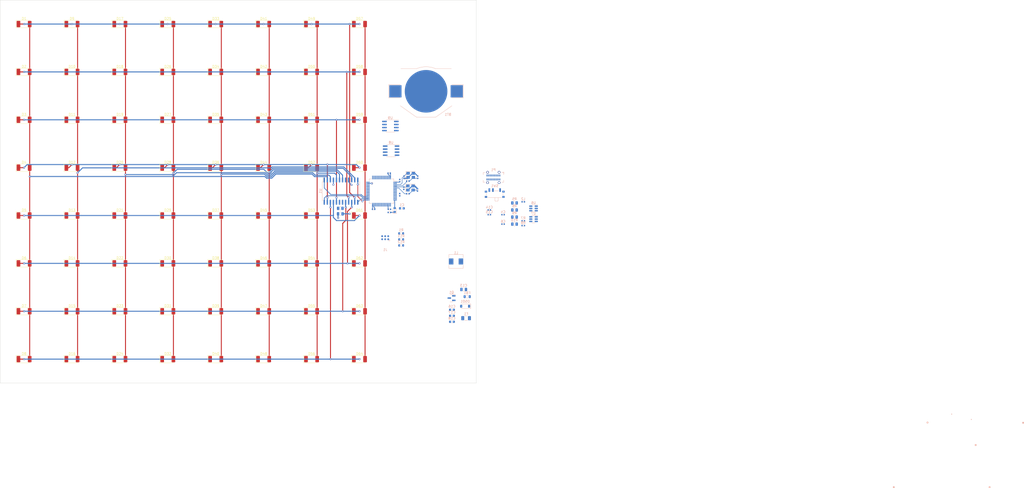
<source format=kicad_pcb>
(kicad_pcb (version 20221018) (generator pcbnew)
  (layers (0 "F.Cu" signal) (1 "In1.Cu" power) (2 "In2.Cu" power) (31 "B.Cu" signal) (34 "B.Paste" user) (35 "F.Paste" user) (36 "B.SilkS" user "B.Silkscreen") (37 "F.SilkS" user "F.Silkscreen") (38 "B.Mask" user) (39 "F.Mask" user) (44 "Edge.Cuts" user))
  (net 0 "")
  (net 1 "GND")
  (net 2 "/Led Array 1/row0")
  (net 3 "/Led Array 1/col0")
  (net 4 "/Led Array 1/row1")
  (net 5 "/Led Array 1/row2")
  (net 6 "/Led Array 1/row3")
  (net 7 "/Led Array 1/row4")
  (net 8 "/Led Array 1/row5")
  (net 9 "/Led Array 1/row6")
  (net 10 "/Led Array 1/row7")
  (net 11 "/Led Array 1/col1")
  (net 12 "/Led Array 1/col2")
  (net 13 "/Led Array 1/col3")
  (net 14 "/Led Array 1/col4")
  (net 15 "/Led Array 1/col5")
  (net 16 "/Led Array 1/col6")
  (net 17 "/Led Array 1/col7")
  (net 18 "Net-(C8-Pad1)")
  (net 19 "+BATT")
  (net 20 "Net-(C9-Pad1)")
  (net 21 "Net-(D500-K)")
  (net 22 "Net-(D501-K)")
  (net 23 "Net-(J1-SWDIO)")
  (net 24 "Net-(J1-SWCLK)")
  (net 25 "Net-(U1-ISET)")
  (net 26 "OSC_IN")
  (net 30 "OSC32_IN")
  (net 33 "+3.3V")
  (net 45 "+3.3VA")
  (net 46 "BUCK_FB")
  (net 47 "BUCK_SW")
  (net 48 "BUCK_BS")
  (net 49 "BUCK_IN")
  (net 58 "LED_STATUS")
  (net 60 "+5V")
  (net 61 "Net-(F1-Pad2)")
  (net 72 "TRACESWO")
  (net 76 "NRST")
  (net 80 "USB_CONN_D+")
  (net 81 "USB_CONN_D-")
  (net 92 "BOOT0")
  (net 93 "Net-(SW1-B)")
  (net 94 "OSC_OUT")
  (net 95 "OSC32_OUT")
  (net 96 "BUCK_EN")
  (net 97 "I2C1_SCL")
  (net 98 "I2C1_SDA")
  (net 99 "SWDIO")
  (net 100 "SWCLK")
  (net 101 "SPI2_LOAD")
  (net 102 "SPI2_CLK")
  (net 103 "SPI2_MISO")
  (net 104 "SPI2_MOSI")
  (net 105 "USB_D-")
  (net 106 "USB_D+")
  (footprint "LED_SMD:LED_2010_5025Metric_Pad1.52x2.65mm_HandSolder" (layer "F.Cu") (at 190 100)
    (fp_text reference "D60")
    (fp_text value "LED")
  )
  (footprint "LED_SMD:LED_2010_5025Metric_Pad1.52x2.65mm_HandSolder" (layer "F.Cu") (at 170 40)
    (fp_text reference "D49")
    (fp_text value "LED")
  )
  (footprint "LED_SMD:LED_2010_5025Metric_Pad1.52x2.65mm_HandSolder" (layer "F.Cu") (at 70 160)
    (fp_text reference "D15")
    (fp_text value "LED")
  )
  (footprint "LED_SMD:LED_2010_5025Metric_Pad1.52x2.65mm_HandSolder" (layer "F.Cu") (at 50 100)
    (fp_text reference "D4")
    (fp_text value "LED")
  )
  (footprint "LED_SMD:LED_2010_5025Metric_Pad1.52x2.65mm_HandSolder" (layer "F.Cu") (at 90 140)
    (fp_text reference "D22")
    (fp_text value "LED")
  )
  (footprint "LED_SMD:LED_2010_5025Metric_Pad1.52x2.65mm_HandSolder" (layer "F.Cu") (at 90 160)
    (fp_text reference "D23")
    (fp_text value "LED")
  )
  (footprint "LED_SMD:LED_2010_5025Metric_Pad1.52x2.65mm_HandSolder" (layer "F.Cu") (at 170 100)
    (fp_text reference "D52")
    (fp_text value "LED")
  )
  (footprint "LED_SMD:LED_2010_5025Metric_Pad1.52x2.65mm_HandSolder" (layer "F.Cu") (at 190 180)
    (fp_text reference "D64")
    (fp_text value "LED")
  )
  (footprint "LED_SMD:LED_2010_5025Metric_Pad1.52x2.65mm_HandSolder" (layer "F.Cu") (at 90 40)
    (fp_text reference "D17")
    (fp_text value "LED")
  )
  (footprint "LED_SMD:LED_2010_5025Metric_Pad1.52x2.65mm_HandSolder" (layer "F.Cu") (at 130 180)
    (fp_text reference "D40")
    (fp_text value "LED")
  )
  (footprint "LED_SMD:LED_2010_5025Metric_Pad1.52x2.65mm_HandSolder" (layer "F.Cu") (at 150 140)
    (fp_text reference "D46")
    (fp_text value "LED")
  )
  (footprint "LED_SMD:LED_2010_5025Metric_Pad1.52x2.65mm_HandSolder" (layer "F.Cu") (at 110 140)
    (fp_text reference "D30")
    (fp_text value "LED")
  )
  (footprint "LED_SMD:LED_2010_5025Metric_Pad1.52x2.65mm_HandSolder" (layer "F.Cu") (at 90 120)
    (fp_text reference "D21")
    (fp_text value "LED")
  )
  (footprint "LED_SMD:LED_2010_5025Metric_Pad1.52x2.65mm_HandSolder" (layer "F.Cu") (at 110 100)
    (fp_text reference "D28")
    (fp_text value "LED")
  )
  (footprint "LED_SMD:LED_2010_5025Metric_Pad1.52x2.65mm_HandSolder" (layer "F.Cu") (at 190 80)
    (fp_text reference "D59")
    (fp_text value "LED")
  )
  (footprint "LED_SMD:LED_2010_5025Metric_Pad1.52x2.65mm_HandSolder" (layer "F.Cu") (at 130 60)
    (fp_text reference "D34")
    (fp_text value "LED")
  )
  (footprint "LED_SMD:LED_2010_5025Metric_Pad1.52x2.65mm_HandSolder" (layer "F.Cu") (at 50 40)
    (fp_text reference "D1")
    (fp_text value "LED")
  )
  (footprint "LED_SMD:LED_2010_5025Metric_Pad1.52x2.65mm_HandSolder" (layer "F.Cu") (at 110 80)
    (fp_text reference "D27")
    (fp_text value "LED")
  )
  (footprint "LED_SMD:LED_2010_5025Metric_Pad1.52x2.65mm_HandSolder" (layer "F.Cu") (at 110 120)
    (fp_text reference "D29")
    (fp_text value "LED")
  )
  (footprint "LED_SMD:LED_2010_5025Metric_Pad1.52x2.65mm_HandSolder" (layer "F.Cu") (at 170 140)
    (fp_text reference "D54")
    (fp_text value "LED")
  )
  (footprint "LED_SMD:LED_2010_5025Metric_Pad1.52x2.65mm_HandSolder" (layer "F.Cu") (at 170 120)
    (fp_text reference "D53")
    (fp_text value "LED")
  )
  (footprint "LED_SMD:LED_2010_5025Metric_Pad1.52x2.65mm_HandSolder" (layer "F.Cu") (at 130 80)
    (fp_text reference "D35")
    (fp_text value "LED")
  )
  (footprint "LED_SMD:LED_2010_5025Metric_Pad1.52x2.65mm_HandSolder" (layer "F.Cu") (at 150 120)
    (fp_text reference "D45")
    (fp_text value "LED")
  )
  (footprint "LED_SMD:LED_2010_5025Metric_Pad1.52x2.65mm_HandSolder" (layer "F.Cu") (at 130 100)
    (fp_text reference "D36")
    (fp_text value "LED")
  )
  (footprint "LED_SMD:LED_2010_5025Metric_Pad1.52x2.65mm_HandSolder" (layer "F.Cu") (at 50 160)
    (fp_text reference "D7")
    (fp_text value "LED")
  )
  (footprint "LED_SMD:LED_2010_5025Metric_Pad1.52x2.65mm_HandSolder" (layer "F.Cu") (at 150 80)
    (fp_text reference "D43")
    (fp_text value "LED")
  )
  (footprint "LED_SMD:LED_2010_5025Metric_Pad1.52x2.65mm_HandSolder" (layer "F.Cu") (at 50 120)
    (fp_text reference "D5")
    (fp_text value "LED")
  )
  (footprint "LED_SMD:LED_2010_5025Metric_Pad1.52x2.65mm_HandSolder" (layer "F.Cu") (at 190 120)
    (fp_text reference "D61")
    (fp_text value "LED")
  )
  (footprint "LED_SMD:LED_2010_5025Metric_Pad1.52x2.65mm_HandSolder" (layer "F.Cu") (at 110 180)
    (fp_text reference "D32")
    (fp_text value "LED")
  )
  (footprint "LED_SMD:LED_2010_5025Metric_Pad1.52x2.65mm_HandSolder" (layer "F.Cu") (at 90 100)
    (fp_text reference "D20")
    (fp_text value "LED")
  )
  (footprint "LED_SMD:LED_2010_5025Metric_Pad1.52x2.65mm_HandSolder" (layer "F.Cu") (at 130 140)
    (fp_text reference "D38")
    (fp_text value "LED")
  )
  (footprint "LED_SMD:LED_2010_5025Metric_Pad1.52x2.65mm_HandSolder" (layer "F.Cu") (at 150 160)
    (fp_text reference "D47")
    (fp_text value "LED")
  )
  (footprint "LED_SMD:LED_2010_5025Metric_Pad1.52x2.65mm_HandSolder" (layer "F.Cu") (at 90 80)
    (fp_text reference "D19")
    (fp_text value "LED")
  )
  (footprint "LED_SMD:LED_2010_5025Metric_Pad1.52x2.65mm_HandSolder" (layer "F.Cu") (at 150 180)
    (fp_text reference "D48")
    (fp_text value "LED")
  )
  (footprint "LED_SMD:LED_2010_5025Metric_Pad1.52x2.65mm_HandSolder" (layer "F.Cu") (at 150 60)
    (fp_text reference "D42")
    (fp_text value "LED")
  )
  (footprint "LED_SMD:LED_2010_5025Metric_Pad1.52x2.65mm_HandSolder" (layer "F.Cu") (at 70 40)
    (fp_text reference "D9")
    (fp_text value "LED")
  )
  (footprint "LED_SMD:LED_2010_5025Metric_Pad1.52x2.65mm_HandSolder" (layer "F.Cu") (at 190 40)
    (fp_text reference "D57")
    (fp_text value "LED")
  )
  (footprint "LED_SMD:LED_2010_5025Metric_Pad1.52x2.65mm_HandSolder" (layer "F.Cu") (at 190 60)
    (fp_text reference "D58")
    (fp_text value "LED")
  )
  (footprint "LED_SMD:LED_2010_5025Metric_Pad1.52x2.65mm_HandSolder" (layer "F.Cu") (at 70 120)
    (fp_text reference "D13")
    (fp_text value "LED")
  )
  (footprint "LED_SMD:LED_2010_5025Metric_Pad1.52x2.65mm_HandSolder" (layer "F.Cu") (at 150 100)
    (fp_text reference "D44")
    (fp_text value "LED")
  )
  (footprint "LED_SMD:LED_2010_5025Metric_Pad1.52x2.65mm_HandSolder" (layer "F.Cu") (at 70 60)
    (fp_text reference "D10")
    (fp_text value "LED")
  )
  (footprint "LED_SMD:LED_2010_5025Metric_Pad1.52x2.65mm_HandSolder" (layer "F.Cu") (at 110 160)
    (fp_text reference "D31")
    (fp_text value "LED")
  )
  (footprint "LED_SMD:LED_2010_5025Metric_Pad1.52x2.65mm_HandSolder" (layer "F.Cu") (at 190 160)
    (fp_text reference "D63")
    (fp_text value "LED")
  )
  (footprint "LED_SMD:LED_2010_5025Metric_Pad1.52x2.65mm_HandSolder" (layer "F.Cu") (at 170 80)
    (fp_text reference "D51")
    (fp_text value "LED")
  )
  (footprint "LED_SMD:LED_2010_5025Metric_Pad1.52x2.65mm_HandSolder" (layer "F.Cu") (at 110 40)
    (fp_text reference "D25")
    (fp_text value "LED")
  )
  (footprint "LED_SMD:LED_2010_5025Metric_Pad1.52x2.65mm_HandSolder" (layer "F.Cu") (at 50 80)
    (fp_text reference "D3")
    (fp_text value "LED")
  )
  (footprint "LED_SMD:LED_2010_5025Metric_Pad1.52x2.65mm_HandSolder" (layer "F.Cu") (at 50 180)
    (fp_text reference "D8")
    (fp_text value "LED")
  )
  (footprint "LED_SMD:LED_2010_5025Metric_Pad1.52x2.65mm_HandSolder" (layer "F.Cu") (at 190 140)
    (fp_text reference "D62")
    (fp_text value "LED")
  )
  (footprint "LED_SMD:LED_2010_5025Metric_Pad1.52x2.65mm_HandSolder" (layer "F.Cu") (at 90 60)
    (fp_text reference "D18")
    (fp_text value "LED")
  )
  (footprint "LED_SMD:LED_2010_5025Metric_Pad1.52x2.65mm_HandSolder" (layer "F.Cu") (at 70 180)
    (fp_text reference "D16")
    (fp_text value "LED")
  )
  (footprint "LED_SMD:LED_2010_5025Metric_Pad1.52x2.65mm_HandSolder" (layer "F.Cu") (at 170 60)
    (fp_text reference "D50")
    (fp_text value "LED")
  )
  (footprint "LED_SMD:LED_2010_5025Metric_Pad1.52x2.65mm_HandSolder" (layer "F.Cu") (at 110 60)
    (fp_text reference "D26")
    (fp_text value "LED")
  )
  (footprint "LED_SMD:LED_2010_5025Metric_Pad1.52x2.65mm_HandSolder" (layer "F.Cu") (at 90 180)
    (fp_text reference "D24")
    (fp_text value "LED")
  )
  (footprint "LED_SMD:LED_2010_5025Metric_Pad1.52x2.65mm_HandSolder" (layer "F.Cu") (at 70 100)
    (fp_text reference "D12")
    (fp_text value "LED")
  )
  (footprint "LED_SMD:LED_2010_5025Metric_Pad1.52x2.65mm_HandSolder" (layer "F.Cu") (at 130 120)
    (fp_text reference "D37")
    (fp_text value "LED")
  )
  (footprint "LED_SMD:LED_2010_5025Metric_Pad1.52x2.65mm_HandSolder" (layer "F.Cu") (at 170 160)
    (fp_text reference "D55")
    (fp_text value "LED")
  )
  (footprint "LED_SMD:LED_2010_5025Metric_Pad1.52x2.65mm_HandSolder" (layer "F.Cu") (at 50 60)
    (fp_text reference "D2")
    (fp_text value "LED")
  )
  (footprint "LED_SMD:LED_2010_5025Metric_Pad1.52x2.65mm_HandSolder" (layer "F.Cu") (at 170 180)
    (fp_text reference "D56")
    (fp_text value "LED")
  )
  (footprint "LED_SMD:LED_2010_5025Metric_Pad1.52x2.65mm_HandSolder" (layer "F.Cu") (at 70 80)
    (fp_text reference "D11")
    (fp_text value "LED")
  )
  (footprint "LED_SMD:LED_2010_5025Metric_Pad1.52x2.65mm_HandSolder" (layer "F.Cu") (at 130 40)
    (fp_text reference "D33")
    (fp_text value "LED")
  )
  (footprint "LED_SMD:LED_2010_5025Metric_Pad1.52x2.65mm_HandSolder" (layer "F.Cu") (at 50 140)
    (fp_text reference "D6")
    (fp_text value "LED")
  )
  (footprint "LED_SMD:LED_2010_5025Metric_Pad1.52x2.65mm_HandSolder" (layer "F.Cu") (at 70 140)
    (fp_text reference "D14")
    (fp_text value "LED")
  )
  (footprint "LED_SMD:LED_2010_5025Metric_Pad1.52x2.65mm_HandSolder" (layer "F.Cu") (at 150 40)
    (fp_text reference "D41")
    (fp_text value "LED")
  )
  (footprint "LED_SMD:LED_2010_5025Metric_Pad1.52x2.65mm_HandSolder" (layer "F.Cu") (at 130 160)
    (fp_text reference "D39")
    (fp_text value "LED")
  )
  (footprint "Resistor_SMD:R_0805_2012Metric" (layer "B.Cu") (at 254.7125 120.65 180)
    (fp_text reference "R9")
    (fp_text value "31.25k")
  )
  (footprint "Resistor_SMD:R_0603_1608Metric" (layer "B.Cu") (at 207.4 127.48 180)
    (fp_text reference "R1")
    (fp_text value "10k")
  )
  (footprint "Capacitor_SMD:C_0603_1608Metric" (layer "B.Cu") (at 228.6 159.38 180)
    (fp_text reference "C16")
    (fp_text value "10nF")
  )
  (footprint "Crystal:Crystal_SMD_3225-4Pin_3.2x2.5mm" (layer "B.Cu") (at 211.3 108.5)
    (fp_text reference "Y1")
    (fp_text value "8MHz")
  )
  (footprint "Package_TO_SOT_SMD:SOT-23-6" (layer "B.Cu") (at 262.6525 117.05 180)
    (fp_text reference "U6")
    (fp_text value "USBLC6-2SC6")
  )
  (footprint "Package_SO:SOIC-8_3.9x4.9mm_P1.27mm" (layer "B.Cu") (at 202.9 82.6 180)
    (fp_text reference "U9")
    (fp_text value "AT24CS02-SSHM")
  )
  (footprint "Inductor_SMD:L_Sunlord_MWSA0518S" (layer "B.Cu") (at 230.3 139.2 180)
    (fp_text reference "L1")
    (fp_text value "39nH")
  )
  (footprint "Capacitor_SMD:C_0402_1005Metric" (layer "B.Cu") (at 244.2025 117.68 180)
    (fp_text reference "C14")
    (fp_text value "1uF")
  )
  (footprint "LED_SMD:LED_0603_1608Metric" (layer "B.Cu") (at 204.7 117.7 90)
    (fp_text reference "D500")
    (fp_text value "Status")
  )
  (footprint "Package_SO:SOIC-24W_7.5x15.4mm_P1.27mm" (layer "B.Cu") (at 182.3 109.8 -90)
    (fp_text reference "U1")
    (fp_text value "MAX7219")
  )
  (footprint "Package_SO:SOIC-8_3.9x4.9mm_P1.27mm" (layer "B.Cu") (at 203.2 92.9 180)
    (fp_text reference "U8")
    (fp_text value "DS3231MZ")
  )
  (footprint "Resistor_SMD:R_0402_1005Metric" (layer "B.Cu") (at 210.2 110.9)
    (fp_text reference "R2")
    (fp_text value "47Ω")
  )
  (footprint "Capacitor_SMD:C_0402_1005Metric" (layer "B.Cu") (at 214.2 109.3 90)
    (fp_text reference "C8")
    (fp_text value "12pF")
  )
  (footprint "Inductor_SMD:L_0402_1005Metric" (layer "B.Cu") (at 258.3725 114.27 180)
    (fp_text reference "L2")
    (fp_text value "3.3uH")
  )
  (footprint "Resistor_SMD:R_0603_1608Metric" (layer "B.Cu") (at 207.4 129.99 180)
    (fp_text reference "R11")
    (fp_text value "22")
  )
  (footprint "Resistor_SMD:R_0402_1005Metric" (layer "B.Cu") (at 258.3725 122.23 180)
    (fp_text reference "R7")
    (fp_text value "4.7k")
  )
  (footprint "Capacitor_SMD:C_0603_1608Metric" (layer "B.Cu") (at 228.6 161.89 180)
    (fp_text reference "C17")
    (fp_text value "?")
  )
  (footprint "Button_Switch_SMD:SW_SPDT_PCM12" (layer "B.Cu") (at 246.4525 110.8 180)
    (fp_text reference "SW1")
    (fp_text value "SW_SPDT")
  )
  (footprint "Resistor_SMD:R_0402_1005Metric" (layer "B.Cu") (at 258.3725 124.22 180)
    (fp_text reference "R8")
    (fp_text value "4.7k")
  )
  (footprint "Capacitor_SMD:C_0805_2012Metric" (layer "B.Cu") (at 233.5 150.9 180)
    (fp_text reference "C13")
    (fp_text value "10uF")
  )
  (footprint "Capacitor_SMD:C_0402_1005Metric" (layer "B.Cu") (at 249.9425 119.65 180)
    (fp_text reference "C4")
    (fp_text value "1uF")
  )
  (footprint "Connector:Tag-Connect_TC2030-IDC-FP_2x03_P1.27mm_Vertical" (layer "B.Cu") (at 200.74 129.284 180)
    (fp_text reference "J1")
    (fp_text value "TagConnect")
  )
  (footprint "Fuse:Fuse_1206_3216Metric" (layer "B.Cu") (at 234.5 162.9 180)
    (fp_text reference "F1")
    (fp_text value "1A")
  )
  (footprint "Resistor_SMD:R_0805_2012Metric" (layer "B.Cu") (at 254.7125 114.75 180)
    (fp_text reference "R5")
    (fp_text value "100k")
  )
  (footprint "Package_QFP:LQFP-64_10x10mm_P0.5mm" (layer "B.Cu") (at 199.2 109.8 180)
    (fp_text reference "U5")
    (fp_text value "STM32F303RCTx")
  )
  (footprint "Connector_USB:USB_C_Receptacle_GCT_USB4115-03-C" (layer "B.Cu") (at 245.8825 104.1 180)
    (fp_text reference "P1")
    (fp_text value "USB_C_Plug")
  )
  (footprint "Resistor_SMD:R_0402_1005Metric" (layer "B.Cu") (at 210.2 105.6)
    (fp_text reference "R3")
    (fp_text value "242k")
  )
  (footprint "Resistor_SMD:R_0805_2012Metric" (layer "B.Cu") (at 182 117 180)
    (fp_text reference "R13")
    (fp_text value "9.53k")
  )
  (footprint "Capacitor_SMD:C_0402_1005Metric" (layer "B.Cu") (at 206.8 111.3 90)
    (fp_text reference "C12")
    (fp_text value "100nF")
  )
  (footprint "Diode_SMD:D_SOD-123" (layer "B.Cu") (at 234.1 157.9 180)
    (fp_text reference "D501")
    (fp_text value "SHCK")
  )
  (footprint "Resistor_SMD:R_0805_2012Metric" (layer "B.Cu") (at 254.7125 117.7 180)
    (fp_text reference "R6")
    (fp_text value "68k")
  )
  (footprint "Battery:BatteryHolder_Keystone_3002_1x2032" (layer "B.Cu") (at 217.8 68.1 180)
    (fp_text reference "BT1")
    (fp_text value "Battery_Cell")
  )
  (footprint "Capacitor_SMD:C_0402_1005Metric" (layer "B.Cu") (at 214.3 104 90)
    (fp_text reference "C9")
    (fp_text value "20pF")
  )
  (footprint "Crystal:Crystal_SMD_3225-4Pin_3.2x2.5mm" (layer "B.Cu") (at 211.4 103.2)
    (fp_text reference "Y2")
    (fp_text value "32.768kHz")
  )
  (footprint "Capacitor_SMD:C_0603_1608Metric" (layer "B.Cu") (at 228.6 164.4 180)
    (fp_text reference "C18")
    (fp_text value "68uF")
  )
  (footprint "Capacitor_SMD:C_0402_1005Metric" (layer "B.Cu") (at 244.2025 119.65 180)
    (fp_text reference "C15")
    (fp_text value "0.1uF")
  )
  (footprint "Capacitor_SMD:C_0402_1005Metric" (layer "B.Cu") (at 206.8 105.4 90)
    (fp_text reference "C11")
    (fp_text value "100nF")
  )
  (footprint "Capacitor_SMD:C_0805_2012Metric" (layer "B.Cu") (at 182 119.3)
    (fp_text reference "C19")
    (fp_text value "0.1uF")
  )
  (footprint "Capacitor_SMD:C_0402_1005Metric" (layer "B.Cu") (at 208.5 108.6 -90)
    (fp_text reference "C3")
    (fp_text value "12pF")
  )
  (footprint "Resistor_SMD:R_0603_1608Metric" (layer "B.Cu") (at 207.4 132.5 180)
    (fp_text reference "R12")
    (fp_text value "22")
  )
  (footprint "Capacitor_SMD:C_0402_1005Metric" (layer "B.Cu") (at 249.9425 123.59 180)
    (fp_text reference "C6")
    (fp_text value "10nF")
  )
  (footprint "Capacitor_SMD:C_0402_1005Metric" (layer "B.Cu") (at 208.6 104 -90)
    (fp_text reference "C2")
    (fp_text value "20pF")
  )
  (footprint "Package_TO_SOT_SMD:SOT-23" (layer "B.Cu") (at 228.4375 154.5 180)
    (fp_text reference "Q1")
    (fp_text value "AO3401A")
  )
  (footprint "Capacitor_SMD:C_0402_1005Metric" (layer "B.Cu") (at 202.5 117.4)
    (fp_text reference "C5")
    (fp_text value "100nF")
  )
  (footprint "Capacitor_SMD:C_0402_1005Metric" (layer "B.Cu") (at 202.4 102.3 180)
    (fp_text reference "C10")
    (fp_text value "100nF")
  )
  (footprint "Package_TO_SOT_SMD:SOT-23-6" (layer "B.Cu") (at 262.6525 121.5 180)
    (fp_text reference "U7")
    (fp_text value "~")
  )
  (footprint "Resistor_SMD:R_0402_1005Metric" (layer "B.Cu") (at 202.5 118.7)
    (fp_text reference "R4")
    (fp_text value "1k5")
  )
  (footprint "Inductor_SMD:L_0805_2012Metric" (layer "B.Cu") (at 234.9625 153.9 180)
    (fp_text reference "FB1")
    (fp_text value "600 @ 600MHz")
  )
  (footprint "Capacitor_SMD:C_0603_1608Metric" (layer "B.Cu") (at 207.7 117 180)
    (fp_text reference "C1")
    (fp_text value "4.7uF")
  )
  (footprint "Capacitor_SMD:C_0402_1005Metric" (layer "B.Cu") (at 195.9 117.4)
    (fp_text reference "C7")
    (fp_text value "100nF")
  )
  (footprint "Resistor_SMD:R_0805_2012Metric" (layer "B.Cu") (at 254.7125 123.6 180)
    (fp_text reference "R10")
    (fp_text value "10k")
  )
  (gr_circle (center 447.2 215.9) (end 447.482843 215.9) (stroke (width 0.2)) (fill solid) (layer "B.SilkS"))
  (gr_circle (center 427.1 206.5) (end 427.382843 206.5) (stroke (width 0.2)) (fill solid) (layer "B.SilkS"))
  (gr_circle (center 413.017157 233.5) (end 413.3 233.5) (stroke (width 0.2)) (fill solid) (layer "B.SilkS"))
  (gr_circle (center 467.017157 206.6) (end 467.3 206.6) (stroke (width 0.2)) (fill solid) (layer "B.SilkS"))
  (gr_circle (center 437.2 203) (end 437.3 203) (stroke (width 0.2)) (fill none) (layer "B.SilkS"))
  (gr_circle (center 445.4 205.2) (end 445.5 205.2) (stroke (width 0.2)) (fill none) (layer "B.SilkS"))
  (gr_circle (center 453.017157 233.5) (end 453.3 233.5) (stroke (width 0.2)) (fill solid) (layer "B.SilkS"))
  (gr_rect (start 40 30) (end 238.8 190) (stroke (width 0.1)) (fill none) (layer "Edge.Cuts"))
  (via (at 195.2 106.6) (size 0.8) (drill 0.4) (layers "F.Cu" "B.Cu") (net 1))
  (via (at 185.9 119.3) (size 0.8) (drill 0.4) (layers "F.Cu" "B.Cu") (net 1))
  (via (at 186.7 107.2) (size 0.8) (drill 0.4) (layers "F.Cu" "B.Cu") (net 1))
  (via (at 179.1 107.1) (size 0.8) (drill 0.4) (layers "F.Cu" "B.Cu") (net 1))
  (segment (start 196.38 117.4) (end 196.38 116.805) (width 0.3) (layer "B.Cu") (net 1))
  (segment (start 202.45 103.248959) (end 202.45 104.125) (width 0.3) (layer "B.Cu") (net 1))
  (segment (start 210.2 109.35) (end 210.3 109.35) (width 0.2) (layer "B.Cu") (net 1))
  (segment (start 213.03 107.65) (end 212.4 107.65) (width 0.2) (layer "B.Cu") (net 1))
  (segment (start 214.3 103.52) (end 213.13 102.35) (width 0.4) (layer "B.Cu") (net 1))
  (segment (start 201.92 102.3) (end 201.92 102.718959) (width 0.3) (layer "B.Cu") (net 1))
  (segment (start 182.95 119.3) (end 185.9 119.3) (width 0.4) (layer "B.Cu") (net 1))
  (segment (start 212.5 102.35) (end 212.15 102.35) (width 0.35) (layer "B.Cu") (net 1))
  (segment (start 210.45 104.05) (end 210.3 104.05) (width 0.35) (layer "B.Cu") (net 1))
  (segment (start 201.92 102.718959) (end 202.45 103.248959) (width 0.3) (layer "B.Cu") (net 1))
  (segment (start 214.2 108.82) (end 213.03 107.65) (width 0.6) (layer "B.Cu") (net 1))
  (segment (start 210.3 109.35) (end 212 107.65) (width 0.4) (layer "B.Cu") (net 1))
  (segment (start 193.525 106.55) (end 195.15 106.55) (width 0.3) (layer "B.Cu") (net 1))
  (segment (start 185.475 105.975) (end 186.7 107.2) (width 0.3) (layer "B.Cu") (net 1))
  (segment (start 179.125 105.15) (end 179.125 107.075) (width 0.3) (layer "B.Cu") (net 1))
  (segment (start 196.38 116.805) (end 195.95 116.375) (width 0.3) (layer "B.Cu") (net 1))
  (segment (start 213.13 102.35) (end 212.5 102.35) (width 0.4) (layer "B.Cu") (net 1))
  (segment (start 185.475 105.15) (end 185.475 105.975) (width 0.3) (layer "B.Cu") (net 1))
  (segment (start 195.15 106.55) (end 195.2 106.6) (width 0.3) (layer "B.Cu") (net 1))
  (segment (start 212 107.65) (end 212.4 107.65) (width 0.2) (layer "B.Cu") (net 1))
  (segment (start 208.6 104.48) (end 209.87 104.48) (width 0.6) (layer "B.Cu") (net 1))
  (segment (start 195.95 116.375) (end 195.95 115.475) (width 0.3) (layer "B.Cu") (net 1))
  (segment (start 212.15 102.35) (end 210.45 104.05) (width 0.35) (layer "B.Cu") (net 1))
  (segment (start 209.87 104.48) (end 210.3 104.05) (width 0.6) (layer "B.Cu") (net 1))
  (segment (start 179.125 107.075) (end 179.1 107.1) (width 0.3) (layer "B.Cu") (net 1))
  (segment (start 190 40) (end 187.6625 40) (width 0.4) (layer "F.Cu") (net 2))
  (segment (start 67.6625 40) (end 70 40) (width 0.4) (layer "F.Cu") (net 2))
  (segment (start 147.6625 40) (end 150 40) (width 0.4) (layer "F.Cu") (net 2))
  (segment (start 185.9 110.4) (end 188 112.5) (width 0.4) (layer "F.Cu") (net 2))
  (segment (start 87.6625 40) (end 90 40) (width 0.4) (layer "F.Cu") (net 2))
  (segment (start 47.6625 40) (end 50 40) (width 0.4) (layer "F.Cu") (net 2))
  (segment (start 167.6625 40) (end 170 40) (width 0.4) (layer "F.Cu") (net 2))
  (segment (start 185.9 40) (end 185.9 110.4) (width 0.4) (layer "F.Cu") (net 2))
  (segment (start 107.6625 40) (end 110 40) (width 0.4) (layer "F.Cu") (net 2))
  (segment (start 127.6625 40) (end 130 40) (width 0.4) (layer "F.Cu") (net 2))
  (via (at 150 40) (size 0.8) (drill 0.4) (layers "F.Cu" "B.Cu") (net 2))
  (via (at 170 40) (size 0.8) (drill 0.4) (layers "F.Cu" "B.Cu") (net 2))
  (via (at 188 112.5) (size 0.8) (drill 0.4) (layers "F.Cu" "B.Cu") (net 2))
  (via (at 110 40) (size 0.8) (drill 0.4) (layers "F.Cu" "B.Cu") (net 2))
  (via (at 190 40) (size 0.8) (drill 0.4) (layers "F.Cu" "B.Cu") (net 2))
  (via (at 50 40) (size 0.8) (drill 0.4) (layers "F.Cu" "B.Cu") (net 2))
  (via (at 70 40) (size 0.8) (drill 0.4) (layers "F.Cu" "B.Cu") (net 2))
  (via (at 185.9 40) (size 0.8) (drill 0.4) (layers "F.Cu" "B.Cu") (net 2))
  (via (at 90 40) (size 0.8) (drill 0.4) (layers "F.Cu" "B.Cu") (net 2))
  (via (at 130 40) (size 0.8) (drill 0.4) (layers "F.Cu" "B.Cu") (net 2))
  (segment (start 50 40) (end 190 40) (width 0.4) (layer "B.Cu") (net 2))
  (segment (start 188.015 114.45) (end 188.015 112.515) (width 0.4) (layer "B.Cu") (net 2))
  (segment (start 188.015 112.515) (end 188 112.5) (width 0.4) (layer "B.Cu") (net 2))
  (segment (start 52.3375 40) (end 52.3375 180) (width 0.4) (layer "F.Cu") (net 3))
  (via (at 52.4 103.7) (size 0.8) (drill 0.4) (layers "F.Cu" "B.Cu") (net 3))
  (segment (start 171.225 103.725) (end 170.2 102.7) (width 0.4) (layer "B.Cu") (net 3))
  (segment (start 150.522545 103.7) (end 52.4 103.7) (width 0.4) (layer "B.Cu") (net 3))
  (segment (start 155.077455 102.7) (end 153.376955 104.4005) (width 0.4) (layer "B.Cu") (net 3))
  (segment (start 170.2 102.7) (end 155.077455 102.7) (width 0.4) (layer "B.Cu") (net 3))
  (segment (start 151.223045 104.4005) (end 150.522545 103.7) (width 0.4) (layer "B.Cu") (net 3))
  (segment (start 153.376955 104.4005) (end 151.223045 104.4005) (width 0.4) (layer "B.Cu") (net 3))
  (segment (start 176.585 105.15) (end 176.585 103.985) (width 0.4) (layer "B.Cu") (net 3))
  (segment (start 176.325 103.725) (end 171.225 103.725) (width 0.4) (layer "B.Cu") (net 3))
  (segment (start 176.585 103.985) (end 176.325 103.725) (width 0.4) (layer "B.Cu") (net 3))
  (segment (start 47.6625 60) (end 50 60) (width 0.4) (layer "F.Cu") (net 4))
  (segment (start 190 60) (end 187.6625 60) (width 0.4) (layer "F.Cu") (net 4))
  (segment (start 184.7 111.7) (end 184.7 60.8) (width 0.4) (layer "F.Cu") (net 4))
  (segment (start 184.7 60.8) (end 184.7 60) (width 0.4) (layer "F.Cu") (net 4))
  (segment (start 185.5 112.5) (end 184.7 111.7) (width 0.4) (layer "F.Cu") (net 4))
  (via (at 185.5 112.5) (size 0.8) (drill 0.4) (layers "F.Cu" "B.Cu") (net 4))
  (via (at 50 60) (size 0.8) (drill 0.4) (layers "F.Cu" "B.Cu") (net 4))
  (via (at 184.7 60) (size 0.8) (drill 0.4) (layers "F.Cu" "B.Cu") (net 4))
  (via (at 190 60) (size 0.8) (drill 0.4) (layers "F.Cu" "B.Cu") (net 4))
  (segment (start 185.475 114.45) (end 185.475 112.525) (width 0.4) (layer "B.Cu") (net 4))
  (segment (start 185.475 112.525) (end 185.5 112.5) (width 0.4) (layer "B.Cu") (net 4))
  (segment (start 50 60) (end 190 60) (width 0.4) (layer "B.Cu") (net 4))
  (segment (start 190 80) (end 187.6625 80) (width 0.4) (layer "F.Cu") (net 5))
  (segment (start 47.6625 80) (end 50 80) (width 0.4) (layer "F.Cu") (net 5))
  (segment (start 180.4 112.5) (end 180.4 80) (width 0.4) (layer "F.Cu") (net 5))
  (via (at 50 80) (size 0.8) (drill 0.4) (layers "F.Cu" "B.Cu") (net 5))
  (via (at 180.4 80) (size 0.8) (drill 0.4) (layers "F.Cu" "B.Cu") (net 5))
  (via (at 180.4 112.5) (size 0.8) (drill 0.4) (layers "F.Cu" "B.Cu") (net 5))
  (via (at 190 80) (size 0.8) (drill 0.4) (layers "F.Cu" "B.Cu") (net 5))
  (segment (start 180.395 112.505) (end 180.4 112.5) (width 0.4) (layer "B.Cu") (net 5))
  (segment (start 180.395 114.45) (end 180.395 112.505) (width 0.4) (layer "B.Cu") (net 5))
  (segment (start 50 80) (end 190 80) (width 0.4) (layer "B.Cu") (net 5))
  (segment (start 67.6625 100) (end 68.7 100) (width 0.4) (layer "F.Cu") (net 6))
  (segment (start 148.7 100) (end 150 98.7) (width 0.4) (layer "F.Cu") (net 6))
  (segment (start 168.7 100) (end 170 98.7) (width 0.4) (layer "F.Cu") (net 6))
  (segment (start 176.6 112.5) (end 176.6 98.7) (width 0.4) (layer "F.Cu") (net 6))
  (segment (start 107.6625 100) (end 108.7 100) (width 0.4) (layer "F.Cu") (net 6))
  (segment (start 47.6625 100) (end 50 100) (width 0.4) (layer "F.Cu") (net 6))
  (segment (start 190 100) (end 187.6625 100) (width 0.4) (layer "F.Cu") (net 6))
  (segment (start 108.7 100) (end 110 98.7) (width 0.4) (layer "F.Cu") (net 6))
  (segment (start 68.7 100) (end 70 98.7) (width 0.4) (layer "F.Cu") (net 6))
  (segment (start 87.6625 100) (end 88.6 100) (width 0.4) (layer "F.Cu") (net 6))
  (segment (start 88.6 100) (end 90 98.6) (width 0.4) (layer "F.Cu") (net 6))
  (segment (start 147.6625 100) (end 148.7 100) (width 0.4) (layer "F.Cu") (net 6))
  (segment (start 128.7 100) (end 130 98.7) (width 0.4) (layer "F.Cu") (net 6))
  (segment (start 167.6625 100) (end 168.7 100) (width 0.4) (layer "F.Cu") (net 6))
  (segment (start 127.6625 100) (end 128.7 100) (width 0.4) (layer "F.Cu") (net 6))
  (via (at 90 98.6) (size 0.8) (drill 0.4) (layers "F.Cu" "B.Cu") (net 6))
  (via (at 150 98.7) (size 0.8) (drill 0.4) (layers "F.Cu" "B.Cu") (net 6))
  (via (at 176.6 112.5) (size 0.8) (drill 0.4) (layers "F.Cu" "B.Cu") (net 6))
  (via (at 110 98.7) (size 0.8) (drill 0.4) (layers "F.Cu" "B.Cu") (net 6))
  (via (at 50 100) (size 0.8) (drill 0.4) (layers "F.Cu" "B.Cu") (net 6))
  (via (at 70 98.7) (size 0.8) (drill 0.4) (layers "F.Cu" "B.Cu") (net 6))
  (via (at 170 98.7) (size 0.8) (drill 0.4) (layers "F.Cu" "B.Cu") (net 6))
  (via (at 176.6 98.7) (size 0.8) (drill 0.4) (layers "F.Cu" "B.Cu") (net 6))
  (via (at 130 98.7) (size 0.8) (drill 0.4) (layers "F.Cu" "B.Cu") (net 6))
  (via (at 190 100) (size 0.8) (drill 0.4) (layers "F.Cu" "B.Cu") (net 6))
  (segment (start 51.3 98.7) (end 188.7 98.7) (width 0.4) (layer "B.Cu") (net 6))
  (segment (start 176.585 114.45) (end 176.585 112.515) (width 0.4) (layer "B.Cu") (net 6))
  (segment (start 50 100) (end 51.3 98.7) (width 0.4) (layer "B.Cu") (net 6))
  (segment (start 176.585 112.515) (end 176.6 112.5) (width 0.4) (layer "B.Cu") (net 6))
  (segment (start 188.7 98.7) (end 190 100) (width 0.4) (layer "B.Cu") (net 6))
  (segment (start 47.6625 120) (end 50 120) (width 0.4) (layer "F.Cu") (net 7))
  (segment (start 190 120) (end 187.6625 120) (width 0.4) (layer "F.Cu") (net 7))
  (via (at 50 120) (size 0.8) (drill 0.4) (layers "F.Cu" "B.Cu") (net 7))
  (via (at 190 120) (size 0.8) (drill 0.4) (layers "F.Cu" "B.Cu") (net 7))
  (segment (start 179.125 114.45) (end 179.125 119.975) (width 0.4) (layer "B.Cu") (net 7))
  (segment (start 179.1 120) (end 179.1 120.8) (width 0.4) (layer "B.Cu") (net 7))
  (segment (start 179.1 120.8) (end 180.4 122.1) (width 0.4) (layer "B.Cu") (net 7))
  (segment (start 180.4 122.1) (end 187.9 122.1) (width 0.4) (layer "B.Cu") (net 7))
  (segment (start 50 120) (end 179.1 120) (width 0.4) (layer "B.Cu") (net 7))
  (segment (start 187.9 122.1) (end 190 120) (width 0.4) (layer "B.Cu") (net 7))
  (segment (start 179.125 119.975) (end 179.1 120) (width 0.4) (layer "B.Cu") (net 7))
  (segment (start 190 140) (end 187.6625 140) (width 0.4) (layer "F.Cu") (net 8))
  (segment (start 185 118.3) (end 185 140) (width 0.4) (layer "F.Cu") (net 8))
  (segment (start 47.6625 140) (end 50 140) (width 0.4) (layer "F.Cu") (net 8))
  (segment (start 186.8 116.5) (end 185 118.3) (width 0.4) (layer "F.Cu") (net 8))
  (via (at 185 140) (size 0.8) (drill 0.4) (layers "F.Cu" "B.Cu") (net 8))
  (via (at 50 140) (size 0.8) (drill 0.4) (layers "F.Cu" "B.Cu") (net 8))
  (via (at 186.8 116.5) (size 0.8) (drill 0.4) (layers "F.Cu" "B.Cu") (net 8))
  (via (at 190 140) (size 0.8) (drill 0.4) (layers "F.Cu" "B.Cu") (net 8))
  (segment (start 186.745 116.445) (end 186.8 116.5) (width 0.4) (layer "B.Cu") (net 8))
  (segment (start 50 140) (end 190 140) (width 0.4) (layer "B.Cu") (net 8))
  (segment (start 186.745 114.45) (end 186.745 116.445) (width 0.4) (layer "B.Cu") (net 8))
  (segment (start 47.6625 160) (end 50 160) (width 0.4) (layer "F.Cu") (net 9))
  (segment (start 184.3 122) (end 183 123.3) (width 0.4) (layer "F.Cu") (net 9))
  (segment (start 183 123.3) (end 183 160) (width 0.4) (layer "F.Cu") (net 9))
  (segment (start 184.3 116.6) (end 184.3 122) (width 0.4) (layer "F.Cu") (net 9))
  (segment (start 190 160) (end 187.6625 160) (width 0.4) (layer "F.Cu") (net 9))
  (via (at 183 160) (size 0.8) (drill 0.4) (layers "F.Cu" "B.Cu") (net 9))
  (via (at 50 160) (size 0.8) (drill 0.4) (layers "F.Cu" "B.Cu") (net 9))
  (via (at 184.3 116.6) (size 0.8) (drill 0.4) (layers "F.Cu" "B.Cu") (net 9))
  (via (at 190 160) (size 0.8) (drill 0.4) (layers "F.Cu" "B.Cu") (net 9))
  (segment (start 50 160) (end 190 160) (width 0.4) (layer "B.Cu") (net 9))
  (segment (start 184.205 116.505) (end 184.3 116.6) (width 0.4) (layer "B.Cu") (net 9))
  (segment (start 184.205 114.45) (end 184.205 116.505) (width 0.4) (layer "B.Cu") (net 9))
  (segment (start 177.9 116.6) (end 177.9 180) (width 0.4) (layer "F.Cu") (net 10))
  (segment (start 190 180) (end 187.6625 180) (width 0.4) (layer "F.Cu") (net 10))
  (segment (start 47.6625 180) (end 50 180) (width 0.4) (layer "F.Cu") (net 10))
  (via (at 177.9 180) (size 0.8) (drill 0.4) (layers "F.Cu" "B.Cu") (net 10))
  (via (at 177.9 116.6) (size 0.8) (drill 0.4) (layers "F.Cu" "B.Cu") (net 10))
  (via (at 190 180) (size 0.8) (drill 0.4) (layers "F.Cu" "B.Cu") (net 10))
  (via (at 50 180) (size 0.8) (drill 0.4) (layers "F.Cu" "B.Cu") (net 10))
  (segment (start 177.855 114.45) (end 177.855 116.555) (width 0.4) (layer "B.Cu") (net 10))
  (segment (start 50 180) (end 190 180) (width 0.4) (layer "B.Cu") (net 10))
  (segment (start 177.855 116.555) (end 177.9 116.6) (width 0.4) (layer "B.Cu") (net 10))
  (segment (start 72.3375 180) (end 72.3375 40) (width 0.4) (layer "F.Cu") (net 11))
  (via (at 72.3 102.2) (size 0.8) (drill 0.4) (layers "F.Cu" "B.Cu") (net 11))
  (segment (start 153.551972 99.7) (end 153.151972 100.1) (width 0.4) (layer "B.Cu") (net 11))
  (segment (start 188.015 105.15) (end 188.015 104.266472) (width 0.4) (layer "B.Cu") (net 11))
  (segment (start 74.4 100.1) (end 72.3 102.2) (width 0.4) (layer "B.Cu") (net 11))
  (segment (start 183.448528 99.7) (end 153.551972 99.7) (width 0.4) (layer "B.Cu") (net 11))
  (segment (start 188.015 104.266472) (end 183.448528 99.7) (width 0.4) (layer "B.Cu") (net 11))
  (segment (start 153.151972 100.1) (end 74.4 100.1) (width 0.4) (layer "B.Cu") (net 11))
  (segment (start 92.3375 40) (end 92.3375 180) (width 0.4) (layer "F.Cu") (net 12))
  (via (at 92.3 102.9005) (size 0.8) (drill 0.4) (layers "F.Cu" "B.Cu") (net 12))
  (segment (start 111.768129 102.9) (end 92.3005 102.9) (width 0.4) (layer "B.Cu") (net 12))
  (segment (start 152.879899 103.2005) (end 151.720101 103.2005) (width 0.4) (layer "B.Cu") (net 12))
  (segment (start 180.4005 101.5005) (end 171.402444 101.5005) (width 0.4) (layer "B.Cu") (net 12))
  (segment (start 171.401944 101.5) (end 154.580399 101.5) (width 0.4) (layer "B.Cu") (net 12))
  (segment (start 112.631371 103.1005) (end 111.968629 103.1005) (width 0.4) (layer "B.Cu") (net 12))
  (segment (start 113.631371 102.1005) (end 112.631371 103.1005) (width 0.4) (layer "B.Cu") (net 12))
  (segment (start 181.665 105.15) (end 181.665 102.765) (width 0.4) (layer "B.Cu") (net 12))
  (segment (start 181.665 102.765) (end 180.4005 101.5005) (width 0.4) (layer "B.Cu") (net 12))
  (segment (start 154.580399 101.5) (end 152.879899 103.2005) (width 0.4) (layer "B.Cu") (net 12))
  (segment (start 150.620101 102.1005) (end 113.631371 102.1005) (width 0.4) (layer "B.Cu") (net 12))
  (segment (start 171.402444 101.5005) (end 171.401944 101.5) (width 0.4) (layer "B.Cu") (net 12))
  (segment (start 92.3005 102.9) (end 92.3 102.9005) (width 0.4) (layer "B.Cu") (net 12))
  (segment (start 111.968629 103.1005) (end 111.768129 102.9) (width 0.4) (layer "B.Cu") (net 12))
  (segment (start 151.720101 103.2005) (end 150.620101 102.1005) (width 0.4) (layer "B.Cu") (net 12))
  (segment (start 112.3375 180) (end 112.3375 40) (width 0.4) (layer "F.Cu") (net 13))
  (via (at 112.3 102.3005) (size 0.8) (drill 0.4) (layers "F.Cu" "B.Cu") (net 13))
  (segment (start 151.968629 102.6005) (end 150.068129 100.7) (width 0.4) (layer "B.Cu") (net 13))
  (segment (start 113.9005 100.7) (end 112.3 102.3005) (width 0.4) (layer "B.Cu") (net 13))
  (segment (start 171.650472 100.9) (end 154.049028 100.9) (width 0.4) (layer "B.Cu") (net 13))
  (segment (start 150.068129 100.7) (end 113.9005 100.7) (width 0.4) (layer "B.Cu") (net 13))
  (segment (start 152.631371 102.6005) (end 151.968629 102.6005) (width 0.4) (layer "B.Cu") (net 13))
  (segment (start 180.7005 100.9005) (end 171.650972 100.9005) (width 0.4) (layer "B.Cu") (net 13))
  (segment (start 182.935 105.15) (end 182.935 103.135) (width 0.4) (layer "B.Cu") (net 13))
  (segment (start 153.1 102.131871) (end 152.631371 102.6005) (width 0.4) (layer "B.Cu") (net 13))
  (segment (start 153.1 101.849028) (end 153.1 102.131871) (width 0.4) (layer "B.Cu") (net 13))
  (segment (start 154.049028 100.9) (end 153.1 101.849028) (width 0.4) (layer "B.Cu") (net 13))
  (segment (start 182.935 103.135) (end 180.7005 100.9005) (width 0.4) (layer "B.Cu") (net 13))
  (segment (start 171.650972 100.9005) (end 171.650472 100.9) (width 0.4) (layer "B.Cu") (net 13))
  (segment (start 132.3375 40) (end 132.3375 180) (width 0.4) (layer "F.Cu") (net 14))
  (via (at 132.3 102.9005) (size 0.8) (drill 0.4) (layers "F.Cu" "B.Cu") (net 14))
  (segment (start 171.473528 103.125) (end 177.225 103.125) (width 0.4) (layer "B.Cu") (net 14))
  (segment (start 154.828927 102.1) (end 170.448528 102.1) (width 0.4) (layer "B.Cu") (net 14))
  (segment (start 153.128427 103.8005) (end 154.828927 102.1) (width 0.4) (layer "B.Cu") (net 14))
  (segment (start 170.448528 102.1) (end 171.473528 103.125) (width 0.4) (layer "B.Cu") (net 14))
  (segment (start 151.471573 103.8005) (end 153.128427 103.8005) (width 0.4) (layer "B.Cu") (net 14))
  (segment (start 132.5 102.7005) (end 150.371573 102.7005) (width 0.4) (layer "B.Cu") (net 14))
  (segment (start 132.3 102.9005) (end 132.5 102.7005) (width 0.4) (layer "B.Cu") (net 14))
  (segment (start 177.855 103.755) (end 177.855 105.15) (width 0.4) (layer "B.Cu") (net 14))
  (segment (start 177.225 103.125) (end 177.855 103.755) (width 0.4) (layer "B.Cu") (net 14))
  (segment (start 150.371573 102.7005) (end 151.471573 103.8005) (width 0.4) (layer "B.Cu") (net 14))
  (segment (start 152.3375 180) (end 152.3375 40) (width 0.4) (layer "F.Cu") (net 15))
  (via (at 152.3 101.8005) (size 0.8) (drill 0.4) (layers "F.Cu" "B.Cu") (net 15))
  (segment (start 186.745 103.845) (end 183.2005 100.3005) (width 0.4) (layer "B.Cu") (net 15))
  (segment (start 183.2005 100.3005) (end 171.3995 100.3005) (width 0.4) (layer "B.Cu") (net 15))
  (segment (start 186.745 105.15) (end 186.745 103.845) (width 0.4) (layer "B.Cu") (net 15))
  (segment (start 171.399 100.3) (end 153.8005 100.3) (width 0.4) (layer "B.Cu") (net 15))
  (segment (start 171.3995 100.3005) (end 171.399 100.3) (width 0.4) (layer "B.Cu") (net 15))
  (segment (start 153.8005 100.3) (end 152.3 101.8005) (width 0.4) (layer "B.Cu") (net 15))
  (segment (start 172.3375 40) (end 172.3375 180) (width 0.4) (layer "F.Cu") (net 16))
  (via (at 172.3 102.3005) (size 0.8) (drill 0.4) (layers "F.Cu" "B.Cu") (net 16))
  (segment (start 179.6005 102.3005) (end 172.3 102.3005) (width 0.4) (layer "B.Cu") (net 16))
  (segment (start 180.395 105.15) (end 180.395 103.095) (width 0.4) (layer "B.Cu") (net 16))
  (segment (start 180.395 103.095) (end 179.6005 102.3005) (width 0.4) (layer "B.Cu") (net 16))
  (segment (start 192.3375 180) (end 192.3375 40) (width 0.4) (layer "F.Cu") (net 17))
  (segment (start 213.77 109.35) (end 214.2 109.78) (width 0.2) (layer "B.Cu") (net 18))
  (segment (start 210.71 110.9) (end 210.85 110.9) (width 0.2) (layer "B.Cu") (net 18))
  (segment (start 212.4 109.35) (end 213.77 109.35) (width 0.2) (layer "B.Cu") (net 18))
  (segment (start 210.85 110.9) (end 212.4 109.35) (width 0.2) (layer "B.Cu") (net 18))
  (segment (start 212.5 104.05) (end 210.95 105.6) (width 0.2) (layer "B.Cu") (net 20))
  (segment (start 214.3 104.48) (end 212.93 104.48) (width 0.2) (layer "B.Cu") (net 20))
  (segment (start 210.95 105.6) (end 210.71 105.6) (width 0.2) (layer "B.Cu") (net 20))
  (segment (start 212.93 104.48) (end 212.5 104.05) (width 0.2) (layer "B.Cu") (net 20))
  (segment (start 203.01 118.7) (end 204.4875 118.7) (width 0.3) (layer "B.Cu") (net 21))
  (segment (start 204.4875 118.7) (end 204.7 118.4875) (width 0.3) (layer "B.Cu") (net 21))
  (segment (start 204.875 108.05) (end 208.43 108.05) (width 0.2) (layer "B.Cu") (net 26))
  (segment (start 209.73 108.12) (end 210.2 107.65) (width 0.2) (layer "B.Cu") (net 26))
  (segment (start 208.5 108.12) (end 209.73 108.12) (width 0.2) (layer "B.Cu") (net 26))
  (segment (start 208.43 108.05) (end 208.5 108.12) (width 0.2) (layer "B.Cu") (net 26))
  (segment (start 204.875 107.05) (end 207.15 107.05) (width 0.2) (layer "B.Cu") (net 30))
  (segment (start 210.3 102.35) (end 209.77 102.35) (width 0.2) (layer "B.Cu") (net 30))
  (segment (start 207.8 104.32) (end 208.6 103.52) (width 0.2) (layer "B.Cu") (net 30))
  (segment (start 207.15 107.05) (end 207.8 106.4) (width 0.2) (layer "B.Cu") (net 30))
  (segment (start 209.77 102.35) (end 208.6 103.52) (width 0.2) (layer "B.Cu") (net 30))
  (segment (start 207.8 106.4) (end 207.8 104.32) (width 0.2) (layer "B.Cu") (net 30))
  (via (at 181.1 121) (size 0.8) (drill 0.4) (layers "F.Cu" "B.Cu") (net 33))
  (segment (start 195.42 117.4) (end 195.42 115.505) (width 0.3) (layer "B.Cu") (net 33))
  (segment (start 181.05 120.95) (end 181.1 121) (width 0.4) (layer "B.Cu") (net 33))
  (segment (start 202.95 102.37) (end 202.95 104.125) (width 0.3) (layer "B.Cu") (net 33))
  (segment (start 195.42 115.505) (end 195.45 115.475) (width 0.3) (layer "B.Cu") (net 33))
  (segment (start 202.88 102.3) (end 202.95 102.37) (width 0.3) (layer "B.Cu") (net 33))
  (segment (start 201.95 115.475) (end 201.95 117.33) (width 0.3) (layer "B.Cu") (net 33))
  (segment (start 204.875 106.05) (end 206.63 106.05) (width 0.3) (layer "B.Cu") (net 33))
  (segment (start 206.63 106.05) (end 206.8 105.88) (width 0.3) (layer "B.Cu") (net 33))
  (segment (start 201.95 117.33) (end 202.02 117.4) (width 0.3) (layer "B.Cu") (net 33))
  (segment (start 181.05 119.3) (end 181.05 120.95) (width 0.4) (layer "B.Cu") (net 33))
  (segment (start 204.7 113.725) (end 204.875 113.55) (width 0.3) (layer "B.Cu") (net 58))
  (segment (start 204.7 116.9125) (end 204.7 113.725) (width 0.3) (layer "B.Cu") (net 58))
  (segment (start 206.45 108.55) (end 208.8 110.9) (width 0.2) (layer "B.Cu") (net 94))
  (segment (start 204.875 108.55) (end 206.45 108.55) (width 0.2) (layer "B.Cu") (net 94))
  (segment (start 208.8 110.9) (end 209.69 110.9) (width 0.2) (layer "B.Cu") (net 94))
  (segment (start 209.69 105.91) (end 209.69 105.6) (width 0.2) (layer "B.Cu") (net 95))
  (segment (start 204.875 107.55) (end 208.05 107.55) (width 0.2) (layer "B.Cu") (net 95))
  (segment (start 208.05 107.55) (end 209.69 105.91) (width 0.2) (layer "B.Cu") (net 95))
  (segment (start 189.3 112.1) (end 189.3 107) (width 0.3) (layer "F.Cu") (net 101))
  (segment (start 191.2 114) (end 189.3 112.1) (width 0.3) (layer "F.Cu") (net 101))
  (via (at 189.3 107) (size 0.8) (drill 0.4) (layers "F.Cu" "B.Cu") (net 101))
  (via (at 191.2 114) (size 0.8) (drill 0.4) (layers "F.Cu" "B.Cu") (net 101))
  (segment (start 189.3 107) (end 189.3 105.165) (width 0.3) (layer "B.Cu") (net 101))
  (segment (start 191.65 113.55) (end 191.2 114) (width 0.3) (layer "B.Cu") (net 101))
  (segment (start 193.525 113.55) (end 191.65 113.55) (width 0.3) (layer "B.Cu") (net 101))
  (segment (start 189.3 105.165) (end 189.285 105.15) (width 0.3) (layer "B.Cu") (net 101))
  (segment (start 189.285 114.45) (end 190.685 113.05) (width 0.3) (layer "B.Cu") (net 102))
  (segment (start 190.685 113.05) (end 193.525 113.05) (width 0.3) (layer "B.Cu") (net 102))
  (segment (start 175.315 112.724339) (end 176.289339 111.75) (width 0.3) (layer "B.Cu") (net 103))
  (segment (start 175.315 114.45) (end 175.315 112.724339) (width 0.3) (layer "B.Cu") (net 103))
  (segment (start 190.55 111.75) (end 191.35 112.55) (width 0.3) (layer "B.Cu") (net 103))
  (segment (start 191.35 112.55) (end 193.6 112.55) (width 0.3) (layer "B.Cu") (net 103))
  (segment (start 176.289339 111.75) (end 190.55 111.75) (width 0.3) (layer "B.Cu") (net 103))
  (segment (start 175.315 105.15) (end 175.315 108.515) (width 0.3) (layer "B.Cu") (net 104))
  (segment (start 191.557107 112.05) (end 193.525 112.05) (width 0.3) (layer "B.Cu") (net 104))
  (segment (start 190.757107 111.25) (end 191.557107 112.05) (width 0.3) (layer "B.Cu") (net 104))
  (segment (start 178.05 111.25) (end 190.757107 111.25) (width 0.3) (layer "B.Cu") (net 104))
  (segment (start 175.315 108.515) (end 178.05 111.25) (width 0.3) (layer "B.Cu") (net 104))
)
</source>
